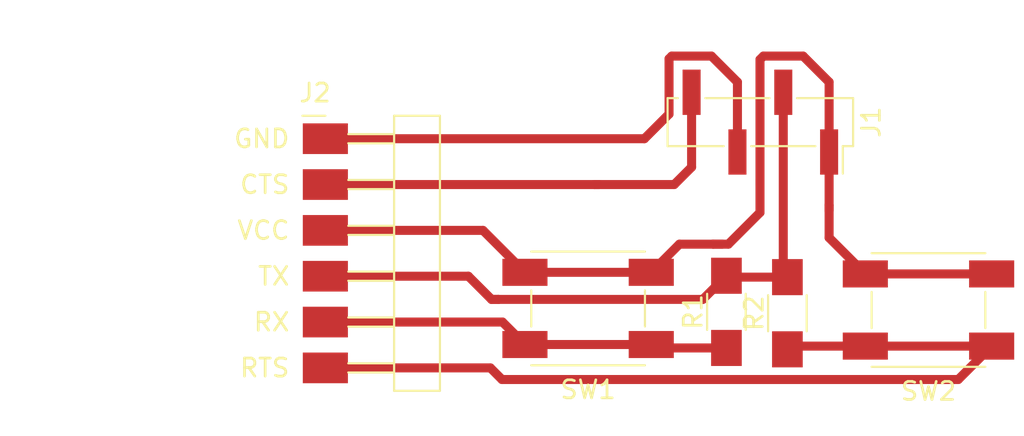
<source format=kicad_pcb>
(kicad_pcb (version 20171130) (host pcbnew "(5.1.10-1-10_14)")

  (general
    (thickness 1.6)
    (drawings 0)
    (tracks 55)
    (zones 0)
    (modules 6)
    (nets 7)
  )

  (page A4)
  (layers
    (0 F.Cu signal)
    (31 B.Cu signal)
    (32 B.Adhes user)
    (33 F.Adhes user)
    (34 B.Paste user)
    (35 F.Paste user)
    (36 B.SilkS user)
    (37 F.SilkS user)
    (38 B.Mask user)
    (39 F.Mask user)
    (40 Dwgs.User user)
    (41 Cmts.User user)
    (42 Eco1.User user)
    (43 Eco2.User user)
    (44 Edge.Cuts user)
    (45 Margin user)
    (46 B.CrtYd user)
    (47 F.CrtYd user)
    (48 B.Fab user)
    (49 F.Fab user)
  )

  (setup
    (last_trace_width 0.5)
    (trace_clearance 0.5)
    (zone_clearance 0.508)
    (zone_45_only no)
    (trace_min 0.2)
    (via_size 0.8)
    (via_drill 0.4)
    (via_min_size 0.4)
    (via_min_drill 0.3)
    (uvia_size 0.3)
    (uvia_drill 0.1)
    (uvias_allowed no)
    (uvia_min_size 0.2)
    (uvia_min_drill 0.1)
    (edge_width 0.05)
    (segment_width 0.2)
    (pcb_text_width 0.3)
    (pcb_text_size 1.5 1.5)
    (mod_edge_width 0.12)
    (mod_text_size 1 1)
    (mod_text_width 0.15)
    (pad_size 1.524 1.524)
    (pad_drill 0.762)
    (pad_to_mask_clearance 0)
    (aux_axis_origin 0 0)
    (visible_elements FFFFFF7F)
    (pcbplotparams
      (layerselection 0x010fc_ffffffff)
      (usegerberextensions false)
      (usegerberattributes true)
      (usegerberadvancedattributes true)
      (creategerberjobfile true)
      (excludeedgelayer true)
      (linewidth 0.100000)
      (plotframeref false)
      (viasonmask false)
      (mode 1)
      (useauxorigin false)
      (hpglpennumber 1)
      (hpglpenspeed 20)
      (hpglpendiameter 15.000000)
      (psnegative false)
      (psa4output false)
      (plotreference true)
      (plotvalue true)
      (plotinvisibletext false)
      (padsonsilk false)
      (subtractmaskfromsilk false)
      (outputformat 1)
      (mirror false)
      (drillshape 1)
      (scaleselection 1)
      (outputdirectory ""))
  )

  (net 0 "")
  (net 1 GND)
  (net 2 /D09)
  (net 3 /D08)
  (net 4 +3V3)
  (net 5 /A07)
  (net 6 /A06)

  (net_class Default "This is the default net class."
    (clearance 0.5)
    (trace_width 0.5)
    (via_dia 0.8)
    (via_drill 0.4)
    (uvia_dia 0.3)
    (uvia_drill 0.1)
    (add_net +3V3)
    (add_net /A06)
    (add_net /A07)
    (add_net /D08)
    (add_net /D09)
    (add_net GND)
  )

  (module fab:PinHeader_FTDI_01x06_P2.54mm_Horizontal_SMD (layer F.Cu) (tedit 60851AE4) (tstamp 618EFAC3)
    (at 128.6764 46.7868)
    (descr https://s3.amazonaws.com/catalogspreads-pdf/PAGE112-113%20.100%20MALE%20HDR.pdf)
    (tags "horizontal pin header SMD 2.54mm")
    (path /618B05B0)
    (attr smd)
    (fp_text reference J2 (at -1.524 -2.54 180) (layer F.SilkS)
      (effects (font (size 1 1) (thickness 0.15)) (justify left))
    )
    (fp_text value Conn_PinHeader_FTDI_1x06_P2.54mm_Horizontal_SMD (at 2.286 15.621) (layer F.Fab)
      (effects (font (size 1 1) (thickness 0.15)))
    )
    (fp_line (start -0.635 12.446) (end -0.635 12.954) (layer F.Fab) (width 0.1))
    (fp_line (start -0.635 9.906) (end -0.635 10.414) (layer F.Fab) (width 0.1))
    (fp_line (start -0.635 7.366) (end -0.635 7.874) (layer F.Fab) (width 0.1))
    (fp_line (start -0.635 4.826) (end -0.635 5.334) (layer F.Fab) (width 0.1))
    (fp_line (start -0.635 2.286) (end -0.635 2.794) (layer F.Fab) (width 0.1))
    (fp_line (start -0.635 -0.254) (end -0.635 0.254) (layer F.Fab) (width 0.1))
    (fp_line (start 3.81 12.954) (end 1.27 12.954) (layer F.SilkS) (width 0.12))
    (fp_line (start 3.81 12.446) (end 1.27 12.446) (layer F.SilkS) (width 0.12))
    (fp_line (start 3.81 10.414) (end 1.27 10.414) (layer F.SilkS) (width 0.12))
    (fp_line (start 3.81 9.906) (end 1.27 9.906) (layer F.SilkS) (width 0.12))
    (fp_line (start 3.81 7.874) (end 1.27 7.874) (layer F.SilkS) (width 0.12))
    (fp_line (start 3.81 7.366) (end 1.27 7.366) (layer F.SilkS) (width 0.12))
    (fp_line (start 3.81 5.334) (end 1.27 5.334) (layer F.SilkS) (width 0.12))
    (fp_line (start 3.81 4.826) (end 1.27 4.826) (layer F.SilkS) (width 0.12))
    (fp_line (start 3.81 2.794) (end 1.27 2.794) (layer F.SilkS) (width 0.12))
    (fp_line (start 3.81 2.286) (end 1.27 2.286) (layer F.SilkS) (width 0.12))
    (fp_line (start 3.81 0.254) (end 1.27 0.254) (layer F.SilkS) (width 0.12))
    (fp_line (start 3.81 -0.254) (end 1.27 -0.254) (layer F.SilkS) (width 0.12))
    (fp_line (start 3.81 13.97) (end 3.81 -1.27) (layer F.SilkS) (width 0.12))
    (fp_line (start 6.35 13.97) (end 3.81 13.97) (layer F.SilkS) (width 0.12))
    (fp_line (start 6.35 -1.27) (end 6.35 13.97) (layer F.SilkS) (width 0.12))
    (fp_line (start 3.81 -1.27) (end 6.35 -1.27) (layer F.SilkS) (width 0.12))
    (fp_line (start 3.81 12.7) (end -0.635 12.7) (layer F.Fab) (width 0.1))
    (fp_line (start 3.81 10.16) (end -0.635 10.16) (layer F.Fab) (width 0.1))
    (fp_line (start 3.81 7.62) (end -0.635 7.62) (layer F.Fab) (width 0.1))
    (fp_line (start 3.81 5.08) (end -0.635 5.08) (layer F.Fab) (width 0.1))
    (fp_line (start 3.81 2.54) (end -0.635 2.54) (layer F.Fab) (width 0.1))
    (fp_line (start 3.81 0) (end -0.635 0) (layer F.Fab) (width 0.1))
    (fp_line (start 6.34 -1.27) (end 6.35 13.97) (layer F.Fab) (width 0.1))
    (fp_line (start 3.8 13.97) (end 6.35 13.97) (layer F.Fab) (width 0.1))
    (fp_line (start 3.8 -1.27) (end 6.34 -1.27) (layer F.Fab) (width 0.1))
    (fp_line (start 3.8 13.97) (end 3.8 -1.27) (layer F.Fab) (width 0.1))
    (fp_line (start -1.27 -1.27) (end 0 -1.27) (layer F.SilkS) (width 0.12))
    (fp_line (start -1.8 -1.8) (end -1.8 14.5) (layer F.CrtYd) (width 0.05))
    (fp_line (start -1.8 14.5) (end 6.4 14.5) (layer F.CrtYd) (width 0.05))
    (fp_line (start 6.4 14.5) (end 6.4 -1.8) (layer F.CrtYd) (width 0.05))
    (fp_line (start 6.4 -1.8) (end -1.8 -1.8) (layer F.CrtYd) (width 0.05))
    (fp_text user %R (at 2.6 6.1 90) (layer F.Fab)
      (effects (font (size 1 1) (thickness 0.15)))
    )
    (fp_text user GND (at -1.905 0) (layer F.SilkS)
      (effects (font (size 1 1) (thickness 0.15)) (justify right))
    )
    (fp_text user CTS (at -1.905 2.54) (layer F.SilkS)
      (effects (font (size 1 1) (thickness 0.15)) (justify right))
    )
    (fp_text user VCC (at -1.905 5.08) (layer F.SilkS)
      (effects (font (size 1 1) (thickness 0.15)) (justify right))
    )
    (fp_text user TX (at -1.905 7.62) (layer F.SilkS)
      (effects (font (size 1 1) (thickness 0.15)) (justify right))
    )
    (fp_text user RX (at -1.905 10.16) (layer F.SilkS)
      (effects (font (size 1 1) (thickness 0.15)) (justify right))
    )
    (fp_text user RTS (at -1.905 12.7) (layer F.SilkS)
      (effects (font (size 1 1) (thickness 0.15)) (justify right))
    )
    (pad 1 smd rect (at 0 0) (size 2.5 1.7) (layers F.Cu F.Paste F.Mask)
      (net 2 /D09))
    (pad 2 smd rect (at 0 2.54) (size 2.5 1.7) (layers F.Cu F.Paste F.Mask)
      (net 3 /D08))
    (pad 3 smd rect (at 0 5.08) (size 2.5 1.7) (layers F.Cu F.Paste F.Mask)
      (net 1 GND))
    (pad 4 smd rect (at 0 7.62) (size 2.5 1.7) (layers F.Cu F.Paste F.Mask)
      (net 4 +3V3))
    (pad 5 smd rect (at 0 10.16) (size 2.5 1.7) (layers F.Cu F.Paste F.Mask)
      (net 5 /A07))
    (pad 6 smd rect (at 0 12.7) (size 2.5 1.7) (layers F.Cu F.Paste F.Mask)
      (net 6 /A06))
    (model ${FAB}/fab.3dshapes/Header_SMD_01x06_P2.54mm_Horizontal_Male.step
      (at (xyz 0 0 0))
      (scale (xyz 1 1 1))
      (rotate (xyz 0 0 0))
    )
  )

  (module Connector_PinHeader_2.54mm:PinHeader_1x04_P2.54mm_Vertical_SMD_Pin1Right (layer F.Cu) (tedit 59FED5CC) (tstamp 618F5E64)
    (at 152.781 45.8684 270)
    (descr "surface-mounted straight pin header, 1x04, 2.54mm pitch, single row, style 2 (pin 1 right)")
    (tags "Surface mounted pin header SMD 1x04 2.54mm single row style2 pin1 right")
    (path /618F1603)
    (attr smd)
    (fp_text reference J1 (at 0 -6.14 90) (layer F.SilkS)
      (effects (font (size 1 1) (thickness 0.15)))
    )
    (fp_text value Conn_01x04_Male (at 0 6.14 90) (layer F.Fab)
      (effects (font (size 1 1) (thickness 0.15)))
    )
    (fp_line (start 3.45 -5.6) (end -3.45 -5.6) (layer F.CrtYd) (width 0.05))
    (fp_line (start 3.45 5.6) (end 3.45 -5.6) (layer F.CrtYd) (width 0.05))
    (fp_line (start -3.45 5.6) (end 3.45 5.6) (layer F.CrtYd) (width 0.05))
    (fp_line (start -3.45 -5.6) (end -3.45 5.6) (layer F.CrtYd) (width 0.05))
    (fp_line (start -1.33 -0.51) (end -1.33 3.05) (layer F.SilkS) (width 0.12))
    (fp_line (start -1.33 4.57) (end -1.33 5.14) (layer F.SilkS) (width 0.12))
    (fp_line (start 1.33 -5.14) (end 1.33 -4.57) (layer F.SilkS) (width 0.12))
    (fp_line (start 1.33 -4.57) (end 2.85 -4.57) (layer F.SilkS) (width 0.12))
    (fp_line (start -1.33 -5.14) (end -1.33 -2.03) (layer F.SilkS) (width 0.12))
    (fp_line (start 1.33 2.03) (end 1.33 5.14) (layer F.SilkS) (width 0.12))
    (fp_line (start 1.33 -3.05) (end 1.33 0.51) (layer F.SilkS) (width 0.12))
    (fp_line (start -1.33 5.14) (end 1.33 5.14) (layer F.SilkS) (width 0.12))
    (fp_line (start -1.33 -5.14) (end 1.33 -5.14) (layer F.SilkS) (width 0.12))
    (fp_line (start 2.54 1.59) (end 1.27 1.59) (layer F.Fab) (width 0.1))
    (fp_line (start 2.54 0.95) (end 2.54 1.59) (layer F.Fab) (width 0.1))
    (fp_line (start 1.27 0.95) (end 2.54 0.95) (layer F.Fab) (width 0.1))
    (fp_line (start 2.54 -3.49) (end 1.27 -3.49) (layer F.Fab) (width 0.1))
    (fp_line (start 2.54 -4.13) (end 2.54 -3.49) (layer F.Fab) (width 0.1))
    (fp_line (start 1.27 -4.13) (end 2.54 -4.13) (layer F.Fab) (width 0.1))
    (fp_line (start -2.54 4.13) (end -1.27 4.13) (layer F.Fab) (width 0.1))
    (fp_line (start -2.54 3.49) (end -2.54 4.13) (layer F.Fab) (width 0.1))
    (fp_line (start -1.27 3.49) (end -2.54 3.49) (layer F.Fab) (width 0.1))
    (fp_line (start -2.54 -0.95) (end -1.27 -0.95) (layer F.Fab) (width 0.1))
    (fp_line (start -2.54 -1.59) (end -2.54 -0.95) (layer F.Fab) (width 0.1))
    (fp_line (start -1.27 -1.59) (end -2.54 -1.59) (layer F.Fab) (width 0.1))
    (fp_line (start -1.27 -5.08) (end -1.27 5.08) (layer F.Fab) (width 0.1))
    (fp_line (start 1.27 -4.13) (end 0.32 -5.08) (layer F.Fab) (width 0.1))
    (fp_line (start 1.27 5.08) (end 1.27 -4.13) (layer F.Fab) (width 0.1))
    (fp_line (start -1.27 -5.08) (end 0.32 -5.08) (layer F.Fab) (width 0.1))
    (fp_line (start 1.27 5.08) (end -1.27 5.08) (layer F.Fab) (width 0.1))
    (fp_text user %R (at 0 0) (layer F.Fab)
      (effects (font (size 1 1) (thickness 0.15)))
    )
    (pad 2 smd rect (at -1.655 -1.27 270) (size 2.51 1) (layers F.Cu F.Paste F.Mask)
      (net 4 +3V3))
    (pad 4 smd rect (at -1.655 3.81 270) (size 2.51 1) (layers F.Cu F.Paste F.Mask)
      (net 3 /D08))
    (pad 1 smd rect (at 1.655 -3.81 270) (size 2.51 1) (layers F.Cu F.Paste F.Mask)
      (net 1 GND))
    (pad 3 smd rect (at 1.655 1.27 270) (size 2.51 1) (layers F.Cu F.Paste F.Mask)
      (net 2 /D09))
    (model ${KISYS3DMOD}/Connector_PinHeader_2.54mm.3dshapes/PinHeader_1x04_P2.54mm_Vertical_SMD_Pin1Right.wrl
      (at (xyz 0 0 0))
      (scale (xyz 1 1 1))
      (rotate (xyz 0 0 0))
    )
  )

  (module fab:Button_Omron_B3SN_6x6mm (layer F.Cu) (tedit 5EC65B05) (tstamp 618F6014)
    (at 143.2358 56.1914 180)
    (descr "Surface Mount Tactile Switch for High-Density Packaging")
    (tags "Tactile Switch")
    (path /618F3DE4)
    (attr smd)
    (fp_text reference SW1 (at 0 -4.5) (layer F.SilkS)
      (effects (font (size 1 1) (thickness 0.15)))
    )
    (fp_text value BUTTON_B3SN (at 0 4.5) (layer F.Fab)
      (effects (font (size 1 1) (thickness 0.15)))
    )
    (fp_line (start -5 3.7) (end 5 3.7) (layer F.CrtYd) (width 0.05))
    (fp_line (start 5 3.7) (end 5 -3.7) (layer F.CrtYd) (width 0.05))
    (fp_line (start 5 -3.7) (end -5 -3.7) (layer F.CrtYd) (width 0.05))
    (fp_line (start -5 -3.7) (end -5 3.7) (layer F.CrtYd) (width 0.05))
    (fp_line (start -3.15 -3.15) (end 3.15 -3.15) (layer F.SilkS) (width 0.12))
    (fp_line (start -3.15 1) (end -3.15 -1) (layer F.SilkS) (width 0.12))
    (fp_line (start 3.15 3.15) (end -3.15 3.15) (layer F.SilkS) (width 0.12))
    (fp_line (start 3.15 -1) (end 3.15 1) (layer F.SilkS) (width 0.12))
    (fp_circle (center 0 0) (end 1.65 0) (layer F.Fab) (width 0.1))
    (fp_line (start -3 -3) (end 3 -3) (layer F.Fab) (width 0.1))
    (fp_line (start 3 -3) (end 3 3) (layer F.Fab) (width 0.1))
    (fp_line (start 3 3) (end -3 3) (layer F.Fab) (width 0.1))
    (fp_line (start -3 3) (end -3 -3) (layer F.Fab) (width 0.1))
    (fp_text user %R (at 0 -4.5) (layer F.Fab)
      (effects (font (size 1 1) (thickness 0.15)))
    )
    (pad 2 smd rect (at 3.5 2 180) (size 2.5 1.5) (layers F.Cu F.Paste F.Mask)
      (net 1 GND))
    (pad 2 smd rect (at -3.5 2 180) (size 2.5 1.5) (layers F.Cu F.Paste F.Mask)
      (net 1 GND))
    (pad 1 smd rect (at 3.5 -2 180) (size 2.5 1.5) (layers F.Cu F.Paste F.Mask)
      (net 5 /A07))
    (pad 1 smd rect (at -3.5 -2 180) (size 2.5 1.5) (layers F.Cu F.Paste F.Mask)
      (net 5 /A07))
    (model ${KISYS3DMOD}/Buttons_Switches_SMD.3dshapes/SW_SPST_B3S-1000.wrl
      (at (xyz 0 0 0))
      (scale (xyz 1 1 1))
      (rotate (xyz 0 0 0))
    )
  )

  (module fab:Button_Omron_B3SN_6x6mm (layer F.Cu) (tedit 5EC65B05) (tstamp 618F602A)
    (at 162.0976 56.2798 180)
    (descr "Surface Mount Tactile Switch for High-Density Packaging")
    (tags "Tactile Switch")
    (path /618F7847)
    (attr smd)
    (fp_text reference SW2 (at 0 -4.5) (layer F.SilkS)
      (effects (font (size 1 1) (thickness 0.15)))
    )
    (fp_text value BUTTON_B3SN (at 0 4.5) (layer F.Fab)
      (effects (font (size 1 1) (thickness 0.15)))
    )
    (fp_text user %R (at 0 -4.5) (layer F.Fab)
      (effects (font (size 1 1) (thickness 0.15)))
    )
    (fp_line (start -3 3) (end -3 -3) (layer F.Fab) (width 0.1))
    (fp_line (start 3 3) (end -3 3) (layer F.Fab) (width 0.1))
    (fp_line (start 3 -3) (end 3 3) (layer F.Fab) (width 0.1))
    (fp_line (start -3 -3) (end 3 -3) (layer F.Fab) (width 0.1))
    (fp_circle (center 0 0) (end 1.65 0) (layer F.Fab) (width 0.1))
    (fp_line (start 3.15 -1) (end 3.15 1) (layer F.SilkS) (width 0.12))
    (fp_line (start 3.15 3.15) (end -3.15 3.15) (layer F.SilkS) (width 0.12))
    (fp_line (start -3.15 1) (end -3.15 -1) (layer F.SilkS) (width 0.12))
    (fp_line (start -3.15 -3.15) (end 3.15 -3.15) (layer F.SilkS) (width 0.12))
    (fp_line (start -5 -3.7) (end -5 3.7) (layer F.CrtYd) (width 0.05))
    (fp_line (start 5 -3.7) (end -5 -3.7) (layer F.CrtYd) (width 0.05))
    (fp_line (start 5 3.7) (end 5 -3.7) (layer F.CrtYd) (width 0.05))
    (fp_line (start -5 3.7) (end 5 3.7) (layer F.CrtYd) (width 0.05))
    (pad 1 smd rect (at -3.5 -2 180) (size 2.5 1.5) (layers F.Cu F.Paste F.Mask)
      (net 6 /A06))
    (pad 1 smd rect (at 3.5 -2 180) (size 2.5 1.5) (layers F.Cu F.Paste F.Mask)
      (net 6 /A06))
    (pad 2 smd rect (at -3.5 2 180) (size 2.5 1.5) (layers F.Cu F.Paste F.Mask)
      (net 1 GND))
    (pad 2 smd rect (at 3.5 2 180) (size 2.5 1.5) (layers F.Cu F.Paste F.Mask)
      (net 1 GND))
    (model ${KISYS3DMOD}/Buttons_Switches_SMD.3dshapes/SW_SPST_B3S-1000.wrl
      (at (xyz 0 0 0))
      (scale (xyz 1 1 1))
      (rotate (xyz 0 0 0))
    )
  )

  (module fab:R_1206 (layer F.Cu) (tedit 60020482) (tstamp 618F5FED)
    (at 150.9014 56.3814 90)
    (descr "Resistor SMD 1206, hand soldering")
    (tags "resistor 1206")
    (path /618F4841)
    (attr smd)
    (fp_text reference R1 (at 0 -1.85 90) (layer F.SilkS)
      (effects (font (size 1 1) (thickness 0.15)))
    )
    (fp_text value R (at 0 1.9 90) (layer F.Fab)
      (effects (font (size 1 1) (thickness 0.15)))
    )
    (fp_line (start 3.25 1.1) (end -3.25 1.1) (layer F.CrtYd) (width 0.05))
    (fp_line (start 3.25 1.1) (end 3.25 -1.11) (layer F.CrtYd) (width 0.05))
    (fp_line (start -3.25 -1.11) (end -3.25 1.1) (layer F.CrtYd) (width 0.05))
    (fp_line (start -3.25 -1.11) (end 3.25 -1.11) (layer F.CrtYd) (width 0.05))
    (fp_line (start -1 -1.07) (end 1 -1.07) (layer F.SilkS) (width 0.12))
    (fp_line (start 1 1.07) (end -1 1.07) (layer F.SilkS) (width 0.12))
    (fp_line (start -1.6 -0.8) (end 1.6 -0.8) (layer F.Fab) (width 0.1))
    (fp_line (start 1.6 -0.8) (end 1.6 0.8) (layer F.Fab) (width 0.1))
    (fp_line (start 1.6 0.8) (end -1.6 0.8) (layer F.Fab) (width 0.1))
    (fp_line (start -1.6 0.8) (end -1.6 -0.8) (layer F.Fab) (width 0.1))
    (fp_text user %R (at 0 0 90) (layer F.Fab)
      (effects (font (size 0.7 0.7) (thickness 0.105)))
    )
    (pad 2 smd rect (at 2 0 90) (size 2 1.7) (layers F.Cu F.Paste F.Mask)
      (net 4 +3V3))
    (pad 1 smd rect (at -2 0 90) (size 2 1.7) (layers F.Cu F.Paste F.Mask)
      (net 5 /A07))
    (model ${FAB}/fab.3dshapes/R_1206.step
      (at (xyz 0 0 0))
      (scale (xyz 1 1 1))
      (rotate (xyz 0 0 0))
    )
  )

  (module fab:R_1206 (layer F.Cu) (tedit 60020482) (tstamp 618F69C9)
    (at 154.2796 56.4576 90)
    (descr "Resistor SMD 1206, hand soldering")
    (tags "resistor 1206")
    (path /618F7853)
    (attr smd)
    (fp_text reference R2 (at 0 -1.85 90) (layer F.SilkS)
      (effects (font (size 1 1) (thickness 0.15)))
    )
    (fp_text value R (at 0 1.9 90) (layer F.Fab)
      (effects (font (size 1 1) (thickness 0.15)))
    )
    (fp_text user %R (at 0 0 90) (layer F.Fab)
      (effects (font (size 0.7 0.7) (thickness 0.105)))
    )
    (fp_line (start -1.6 0.8) (end -1.6 -0.8) (layer F.Fab) (width 0.1))
    (fp_line (start 1.6 0.8) (end -1.6 0.8) (layer F.Fab) (width 0.1))
    (fp_line (start 1.6 -0.8) (end 1.6 0.8) (layer F.Fab) (width 0.1))
    (fp_line (start -1.6 -0.8) (end 1.6 -0.8) (layer F.Fab) (width 0.1))
    (fp_line (start 1 1.07) (end -1 1.07) (layer F.SilkS) (width 0.12))
    (fp_line (start -1 -1.07) (end 1 -1.07) (layer F.SilkS) (width 0.12))
    (fp_line (start -3.25 -1.11) (end 3.25 -1.11) (layer F.CrtYd) (width 0.05))
    (fp_line (start -3.25 -1.11) (end -3.25 1.1) (layer F.CrtYd) (width 0.05))
    (fp_line (start 3.25 1.1) (end 3.25 -1.11) (layer F.CrtYd) (width 0.05))
    (fp_line (start 3.25 1.1) (end -3.25 1.1) (layer F.CrtYd) (width 0.05))
    (pad 1 smd rect (at -2 0 90) (size 2 1.7) (layers F.Cu F.Paste F.Mask)
      (net 6 /A06))
    (pad 2 smd rect (at 2 0 90) (size 2 1.7) (layers F.Cu F.Paste F.Mask)
      (net 4 +3V3))
    (model ${FAB}/fab.3dshapes/R_1206.step
      (at (xyz 0 0 0))
      (scale (xyz 1 1 1))
      (rotate (xyz 0 0 0))
    )
  )

  (segment (start 139.7358 54.1914) (end 146.7358 54.1914) (width 0.5) (layer F.Cu) (net 1))
  (segment (start 158.5976 54.2798) (end 165.5976 54.2798) (width 0.5) (layer F.Cu) (net 1))
  (segment (start 155.151001 42.208399) (end 156.591 43.648398) (width 0.5) (layer F.Cu) (net 1))
  (segment (start 152.950999 42.208399) (end 155.151001 42.208399) (width 0.5) (layer F.Cu) (net 1))
  (segment (start 156.591 43.648398) (end 156.591 47.5234) (width 0.5) (layer F.Cu) (net 1))
  (segment (start 152.761001 42.398397) (end 152.950999 42.208399) (width 0.5) (layer F.Cu) (net 1))
  (segment (start 146.7358 54.1914) (end 148.295801 52.631399) (width 0.5) (layer F.Cu) (net 1))
  (segment (start 137.4112 51.8668) (end 139.7358 54.1914) (width 0.5) (layer F.Cu) (net 1))
  (segment (start 150.162201 52.631399) (end 150.676403 52.631399) (width 0.5) (layer F.Cu) (net 1))
  (segment (start 151.006603 52.631399) (end 150.162201 52.631399) (width 0.5) (layer F.Cu) (net 1))
  (segment (start 148.295801 52.631399) (end 150.162201 52.631399) (width 0.5) (layer F.Cu) (net 1))
  (segment (start 156.591 52.2732) (end 158.5976 54.2798) (width 0.5) (layer F.Cu) (net 1))
  (segment (start 137.4112 51.8668) (end 128.6764 51.8668) (width 0.5) (layer F.Cu) (net 1))
  (segment (start 152.761001 50.877001) (end 151.006603 52.631399) (width 0.5) (layer F.Cu) (net 1))
  (segment (start 152.761001 49.067399) (end 152.761001 50.877001) (width 0.5) (layer F.Cu) (net 1))
  (segment (start 152.761001 42.398397) (end 152.761001 49.067399) (width 0.5) (layer F.Cu) (net 1))
  (segment (start 152.761001 49.067399) (end 152.761001 49.378401) (width 0.5) (layer F.Cu) (net 1))
  (segment (start 156.591 52.2732) (end 156.591 50.4698) (width 0.5) (layer F.Cu) (net 1))
  (segment (start 156.591 50.4698) (end 156.591 50.7746) (width 0.5) (layer F.Cu) (net 1))
  (segment (start 156.591 47.5234) (end 156.591 50.4698) (width 0.5) (layer F.Cu) (net 1))
  (segment (start 151.511 43.648398) (end 151.511 47.5234) (width 0.5) (layer F.Cu) (net 2))
  (segment (start 150.071001 42.208399) (end 151.511 43.648398) (width 0.5) (layer F.Cu) (net 2))
  (segment (start 147.870999 42.208399) (end 150.071001 42.208399) (width 0.5) (layer F.Cu) (net 2))
  (segment (start 147.720999 42.358399) (end 147.870999 42.208399) (width 0.5) (layer F.Cu) (net 2))
  (segment (start 147.720999 45.420601) (end 147.720999 42.358399) (width 0.5) (layer F.Cu) (net 2))
  (segment (start 146.3548 46.7868) (end 147.720999 45.420601) (width 0.5) (layer F.Cu) (net 2))
  (segment (start 128.6764 46.7868) (end 146.3548 46.7868) (width 0.5) (layer F.Cu) (net 2))
  (segment (start 143.5862 49.3268) (end 148.0058 49.3268) (width 0.5) (layer F.Cu) (net 3))
  (segment (start 128.6764 49.3268) (end 143.5862 49.3268) (width 0.5) (layer F.Cu) (net 3))
  (segment (start 143.5862 49.3268) (end 143.8576 49.3268) (width 0.5) (layer F.Cu) (net 3))
  (segment (start 148.971 48.3616) (end 148.971 44.2134) (width 0.5) (layer F.Cu) (net 3))
  (segment (start 148.0058 49.3268) (end 148.971 48.3616) (width 0.5) (layer F.Cu) (net 3))
  (segment (start 150.9776 54.4576) (end 150.9014 54.3814) (width 0.5) (layer F.Cu) (net 4))
  (segment (start 154.2796 54.4576) (end 150.9776 54.4576) (width 0.5) (layer F.Cu) (net 4))
  (segment (start 150.9014 54.3814) (end 149.591399 55.691401) (width 0.5) (layer F.Cu) (net 4))
  (segment (start 137.885799 55.691401) (end 138.266801 55.691401) (width 0.5) (layer F.Cu) (net 4))
  (segment (start 136.601198 54.4068) (end 137.885799 55.691401) (width 0.5) (layer F.Cu) (net 4))
  (segment (start 138.266801 55.691401) (end 137.885798 55.691401) (width 0.5) (layer F.Cu) (net 4))
  (segment (start 149.591399 55.691401) (end 138.266801 55.691401) (width 0.5) (layer F.Cu) (net 4))
  (segment (start 136.601198 54.4068) (end 128.6764 54.4068) (width 0.5) (layer F.Cu) (net 4))
  (segment (start 154.051 54.229) (end 154.2796 54.4576) (width 0.5) (layer F.Cu) (net 4))
  (segment (start 154.051 44.2134) (end 154.051 54.229) (width 0.5) (layer F.Cu) (net 4))
  (segment (start 146.7358 58.1914) (end 139.7358 58.1914) (width 0.5) (layer F.Cu) (net 5))
  (segment (start 138.971569 58.1914) (end 139.7358 58.1914) (width 0.5) (layer F.Cu) (net 5))
  (segment (start 146.9258 58.3814) (end 146.7358 58.1914) (width 0.5) (layer F.Cu) (net 5))
  (segment (start 150.9014 58.3814) (end 146.9258 58.3814) (width 0.5) (layer F.Cu) (net 5))
  (segment (start 138.4912 56.9468) (end 139.7358 58.1914) (width 0.5) (layer F.Cu) (net 5))
  (segment (start 138.4912 56.9468) (end 128.6764 56.9468) (width 0.5) (layer F.Cu) (net 5))
  (segment (start 158.5976 58.2798) (end 165.5976 58.2798) (width 0.5) (layer F.Cu) (net 6))
  (segment (start 154.4574 58.2798) (end 154.2796 58.4576) (width 0.5) (layer F.Cu) (net 6))
  (segment (start 158.5976 58.2798) (end 154.4574 58.2798) (width 0.5) (layer F.Cu) (net 6))
  (segment (start 138.465001 60.131401) (end 163.745999 60.131401) (width 0.5) (layer F.Cu) (net 6))
  (segment (start 163.745999 60.131401) (end 165.5976 58.2798) (width 0.5) (layer F.Cu) (net 6))
  (segment (start 137.8204 59.4868) (end 138.465001 60.131401) (width 0.5) (layer F.Cu) (net 6))
  (segment (start 128.6764 59.4868) (end 137.8204 59.4868) (width 0.5) (layer F.Cu) (net 6))

)

</source>
